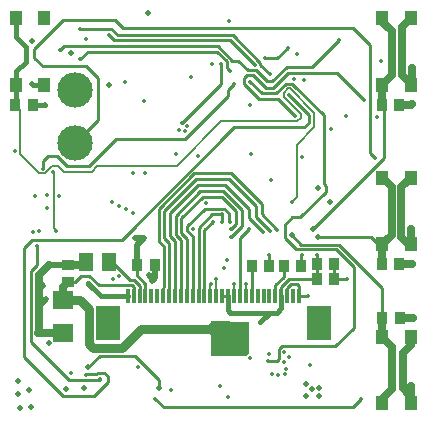
<source format=gbl>
G04 (created by PCBNEW (2013-07-07 BZR 4022)-stable) date 6/24/2016 5:08:50 PM*
%MOIN*%
G04 Gerber Fmt 3.4, Leading zero omitted, Abs format*
%FSLAX34Y34*%
G01*
G70*
G90*
G04 APERTURE LIST*
%ADD10C,0.00590551*%
%ADD11R,0.0354X0.0394*%
%ADD12O,0.11811X0.11811*%
%ADD13R,0.071X0.063*%
%ADD14R,0.0512X0.059*%
%ADD15R,0.0394X0.0354*%
%ADD16R,0.0393701X0.0472441*%
%ADD17R,0.011811X0.0492126*%
%ADD18R,0.0787402X0.11811*%
%ADD19C,0.014*%
%ADD20C,0.02*%
%ADD21C,0.03*%
%ADD22C,0.015*%
%ADD23C,0.045*%
%ADD24C,0.025*%
%ADD25C,0.01*%
%ADD26C,0.02*%
%ADD27C,0.006*%
%ADD28C,0.001*%
G04 APERTURE END LIST*
G54D10*
G54D11*
X89075Y-59133D03*
X88483Y-59133D03*
X93426Y-60860D03*
X92834Y-60860D03*
X93406Y-59055D03*
X92814Y-59055D03*
X93406Y-53740D03*
X92814Y-53740D03*
X81201Y-53740D03*
X80609Y-53740D03*
G54D12*
X82598Y-55019D03*
X82598Y-53248D03*
G54D13*
X82204Y-60237D03*
X82204Y-61337D03*
G54D14*
X83721Y-58976D03*
X82971Y-58976D03*
G54D15*
X82362Y-59666D03*
X82362Y-59074D03*
G54D11*
X84664Y-59094D03*
X85256Y-59094D03*
X90648Y-59566D03*
X91240Y-59566D03*
X90648Y-59055D03*
X91240Y-59055D03*
X89546Y-59133D03*
X90138Y-59133D03*
G54D16*
X80629Y-50866D03*
X80629Y-53070D03*
X81574Y-50866D03*
X81574Y-53070D03*
X92834Y-50866D03*
X92834Y-53070D03*
X93779Y-50866D03*
X93779Y-53070D03*
X92834Y-56181D03*
X92834Y-58385D03*
X93779Y-56181D03*
X93779Y-58385D03*
X92834Y-61496D03*
X92834Y-63700D03*
X93779Y-61496D03*
X93779Y-63700D03*
G54D17*
X90059Y-60118D03*
X89862Y-60118D03*
X89665Y-60118D03*
X89468Y-60118D03*
X89271Y-60118D03*
X89074Y-60118D03*
X88877Y-60118D03*
X88681Y-60118D03*
X88484Y-60118D03*
X88287Y-60118D03*
X88090Y-60118D03*
X87893Y-60118D03*
X87696Y-60118D03*
X87500Y-60118D03*
X87303Y-60118D03*
X87106Y-60118D03*
X86909Y-60118D03*
X86712Y-60118D03*
X86515Y-60118D03*
X86318Y-60118D03*
X86122Y-60118D03*
X85925Y-60118D03*
X85728Y-60118D03*
X85531Y-60118D03*
X85334Y-60118D03*
X85137Y-60118D03*
X84940Y-60118D03*
X84744Y-60118D03*
X84547Y-60118D03*
X84350Y-60118D03*
G54D18*
X90724Y-61033D03*
X83685Y-61033D03*
G54D19*
X87260Y-61390D03*
X87670Y-61380D03*
X87408Y-61193D03*
X87660Y-61060D03*
X87230Y-61110D03*
X88775Y-61000D03*
X89890Y-52870D03*
X87715Y-50945D03*
X88430Y-62200D03*
X87160Y-52400D03*
G54D20*
X82880Y-63190D03*
X82300Y-63210D03*
X84900Y-58190D03*
X84600Y-58190D03*
X90730Y-63200D03*
X90300Y-63460D03*
X90300Y-63060D03*
X90730Y-63450D03*
X90500Y-63230D03*
X90700Y-56530D03*
G54D19*
X90669Y-58740D03*
G54D20*
X81170Y-53060D03*
X93800Y-63130D03*
X93800Y-57870D03*
X93810Y-52530D03*
G54D19*
X89073Y-62066D03*
X86968Y-57007D03*
X91141Y-54566D03*
X84540Y-57340D03*
X84300Y-57220D03*
X84050Y-57120D03*
X83830Y-56980D03*
X87900Y-59705D03*
X86245Y-54610D03*
X90005Y-52045D03*
X88395Y-57885D03*
X87204Y-57637D03*
X87480Y-57637D03*
X87755Y-57637D03*
X87795Y-57874D03*
X87795Y-58149D03*
X88858Y-57992D03*
X89094Y-57952D03*
X89330Y-57913D03*
X87110Y-59715D03*
X89080Y-52730D03*
X82760Y-51210D03*
X83720Y-51410D03*
X88580Y-52420D03*
X87295Y-59565D03*
X88290Y-59710D03*
X86335Y-54435D03*
X85265Y-63540D03*
X92135Y-63535D03*
X91405Y-51570D03*
X87840Y-52270D03*
X82100Y-51920D03*
X88915Y-52200D03*
X89690Y-51840D03*
X87750Y-52630D03*
X82760Y-52230D03*
X87470Y-52370D03*
X86160Y-54350D03*
X89815Y-56980D03*
G54D20*
X90520Y-57900D03*
X90700Y-58160D03*
X89820Y-58090D03*
G54D19*
X88440Y-52980D03*
X89030Y-62280D03*
X92210Y-53595D03*
X89920Y-54110D03*
X82950Y-62735D03*
X89725Y-53405D03*
X87660Y-58930D03*
X81380Y-57935D03*
X81185Y-57980D03*
X87550Y-59200D03*
X81340Y-58435D03*
X83440Y-62895D03*
X87880Y-53060D03*
X81520Y-55870D03*
G54D20*
X81710Y-61680D03*
X81060Y-63259D03*
X80680Y-62950D03*
X80700Y-63380D03*
X81130Y-63810D03*
X80750Y-63850D03*
X81625Y-60215D03*
X81535Y-59785D03*
G54D19*
X89120Y-56250D03*
X88460Y-55380D03*
X86680Y-55450D03*
X90175Y-55480D03*
X88440Y-53750D03*
X92805Y-52290D03*
X92665Y-54165D03*
G54D20*
X85170Y-59610D03*
G54D19*
X82970Y-51560D03*
X86460Y-52810D03*
X82770Y-53190D03*
X82360Y-53210D03*
X82390Y-52920D03*
X82390Y-53570D03*
X82780Y-53580D03*
X82760Y-52880D03*
G54D20*
X81600Y-53750D03*
X85050Y-59410D03*
X91090Y-56970D03*
G54D19*
X90157Y-58740D03*
G54D20*
X93810Y-53730D03*
X93850Y-60850D03*
X93830Y-59060D03*
X82460Y-52020D03*
X83730Y-53100D03*
X85010Y-50680D03*
X81160Y-51630D03*
G54D19*
X90354Y-60118D03*
X87440Y-63130D03*
X87680Y-63490D03*
X89640Y-62560D03*
X89360Y-62750D03*
X89580Y-62720D03*
X89150Y-62730D03*
X89560Y-62320D03*
X89710Y-62150D03*
X89570Y-61990D03*
X90413Y-62421D03*
X86045Y-54595D03*
X85944Y-55393D03*
X84881Y-53622D03*
X84251Y-52992D03*
X84921Y-56023D03*
X84527Y-56023D03*
X86535Y-57874D03*
X91614Y-54133D03*
X90236Y-52913D03*
X83149Y-59842D03*
X83010Y-59670D03*
X91653Y-59566D03*
X89055Y-58740D03*
X82060Y-56780D03*
X83858Y-59566D03*
X84055Y-59448D03*
X81670Y-57200D03*
X81670Y-56760D03*
X81270Y-56780D03*
X80584Y-55294D03*
X85780Y-63260D03*
X82460Y-62670D03*
X84700Y-62500D03*
G54D20*
X83035Y-62485D03*
X85400Y-63180D03*
G54D19*
X92590Y-55510D03*
X81875Y-55980D03*
X81970Y-57955D03*
X83010Y-54890D03*
X82740Y-55150D03*
X83030Y-55160D03*
X82710Y-54860D03*
G54D21*
X82204Y-60237D02*
X82767Y-60237D01*
X84797Y-61207D02*
X87260Y-61207D01*
X84160Y-61845D02*
X84797Y-61207D01*
X83200Y-61845D02*
X84160Y-61845D01*
X83070Y-61715D02*
X83200Y-61845D01*
X83070Y-60540D02*
X83070Y-61715D01*
X82767Y-60237D02*
X83070Y-60540D01*
G54D22*
X87260Y-61390D02*
X87260Y-61207D01*
X87230Y-61110D02*
X87280Y-61220D01*
G54D23*
X87260Y-61207D02*
X87358Y-61203D01*
X87358Y-61203D02*
X87238Y-61203D01*
G54D24*
X82204Y-60237D02*
X82204Y-59823D01*
X82204Y-59823D02*
X82362Y-59666D01*
G54D25*
X82362Y-59666D02*
X82578Y-59666D01*
X84547Y-59822D02*
X84547Y-60118D01*
X84488Y-59763D02*
X84547Y-59822D01*
X83385Y-59763D02*
X84488Y-59763D01*
X83070Y-59448D02*
X83385Y-59763D01*
X82795Y-59448D02*
X83070Y-59448D01*
X82578Y-59666D02*
X82795Y-59448D01*
X87696Y-60118D02*
X87500Y-60118D01*
G54D22*
X89330Y-60670D02*
X89105Y-60670D01*
X89105Y-60670D02*
X88775Y-61000D01*
X87696Y-60118D02*
X87696Y-60596D01*
X89468Y-60531D02*
X89468Y-60118D01*
X89330Y-60670D02*
X89468Y-60531D01*
X87770Y-60670D02*
X89330Y-60670D01*
X87696Y-60596D02*
X87770Y-60670D01*
G54D26*
X84600Y-58190D02*
X84900Y-58190D01*
X84664Y-58425D02*
X84900Y-58190D01*
X84664Y-58425D02*
X84664Y-59094D01*
G54D25*
X90648Y-58760D02*
X90669Y-58740D01*
X90648Y-58760D02*
X90648Y-59055D01*
G54D22*
X81574Y-53070D02*
X81180Y-53070D01*
X81180Y-53070D02*
X81170Y-53060D01*
G54D24*
X93779Y-63700D02*
X93779Y-63150D01*
X93779Y-63150D02*
X93800Y-63130D01*
X93779Y-58385D02*
X93779Y-57890D01*
X93779Y-57890D02*
X93800Y-57870D01*
X93779Y-53070D02*
X93779Y-53039D01*
X93779Y-53039D02*
X93810Y-53009D01*
X93810Y-53009D02*
X93810Y-52530D01*
X93480Y-51165D02*
X93779Y-50866D01*
X93480Y-52739D02*
X93480Y-51165D01*
X93779Y-53039D02*
X93480Y-52739D01*
X93779Y-58385D02*
X93695Y-58385D01*
X93470Y-56490D02*
X93779Y-56181D01*
X93470Y-58160D02*
X93470Y-56490D01*
X93695Y-58385D02*
X93470Y-58160D01*
X93779Y-63700D02*
X93779Y-63469D01*
X93779Y-61750D02*
X93510Y-62020D01*
X93779Y-61750D02*
X93779Y-61496D01*
X93510Y-63200D02*
X93510Y-62020D01*
X93779Y-63469D02*
X93510Y-63200D01*
G54D25*
X84940Y-60118D02*
X84940Y-59704D01*
X84664Y-59428D02*
X84664Y-59094D01*
X84940Y-59704D02*
X84664Y-59428D01*
X90648Y-59055D02*
X90648Y-59566D01*
X89468Y-60118D02*
X89468Y-59822D01*
X89724Y-59566D02*
X90648Y-59566D01*
X89468Y-59822D02*
X89724Y-59566D01*
G54D27*
X87893Y-59711D02*
X87893Y-60118D01*
X87900Y-59705D02*
X87893Y-59711D01*
G54D25*
X88090Y-60118D02*
X88090Y-58189D01*
X88090Y-58189D02*
X88395Y-57885D01*
X86909Y-57933D02*
X86909Y-60118D01*
X87204Y-57637D02*
X86909Y-57933D01*
X86712Y-57854D02*
X86712Y-60118D01*
X87165Y-57401D02*
X86712Y-57854D01*
X87440Y-57401D02*
X87165Y-57401D01*
X87480Y-57362D02*
X87440Y-57401D01*
X87480Y-57637D02*
X87480Y-57362D01*
X86515Y-58129D02*
X86515Y-60118D01*
X86338Y-57952D02*
X86515Y-58129D01*
X86338Y-57795D02*
X86338Y-57952D01*
X86929Y-57204D02*
X86338Y-57795D01*
X87559Y-57204D02*
X86929Y-57204D01*
X87716Y-57362D02*
X87559Y-57204D01*
X87716Y-57598D02*
X87716Y-57362D01*
X87755Y-57637D02*
X87716Y-57598D01*
X86318Y-58208D02*
X86318Y-60118D01*
X86141Y-58031D02*
X86318Y-58208D01*
X86141Y-57519D02*
X86141Y-58031D01*
X86850Y-56811D02*
X86141Y-57519D01*
X87480Y-56811D02*
X86850Y-56811D01*
X87952Y-57283D02*
X87480Y-56811D01*
X87952Y-57716D02*
X87952Y-57283D01*
X87795Y-57874D02*
X87952Y-57716D01*
X86122Y-58248D02*
X86122Y-60118D01*
X85944Y-58070D02*
X86122Y-58248D01*
X85944Y-57440D02*
X85944Y-58070D01*
X86771Y-56614D02*
X85944Y-57440D01*
X87519Y-56614D02*
X86771Y-56614D01*
X88149Y-57244D02*
X87519Y-56614D01*
X88149Y-57795D02*
X88149Y-57244D01*
X87795Y-58149D02*
X88149Y-57795D01*
X85925Y-60118D02*
X85925Y-58287D01*
X88385Y-57519D02*
X88858Y-57992D01*
X88385Y-57204D02*
X88385Y-57519D01*
X87598Y-56417D02*
X88385Y-57204D01*
X86692Y-56417D02*
X87598Y-56417D01*
X85748Y-57362D02*
X86692Y-56417D01*
X85748Y-58110D02*
X85748Y-57362D01*
X85925Y-58287D02*
X85748Y-58110D01*
X85728Y-60118D02*
X85728Y-58366D01*
X88622Y-57480D02*
X89094Y-57952D01*
X88622Y-57125D02*
X88622Y-57480D01*
X87716Y-56220D02*
X88622Y-57125D01*
X86614Y-56220D02*
X87716Y-56220D01*
X85551Y-57283D02*
X86614Y-56220D01*
X85551Y-58188D02*
X85551Y-57283D01*
X85728Y-58366D02*
X85551Y-58188D01*
X85531Y-60118D02*
X85531Y-59849D01*
X88818Y-57401D02*
X89330Y-57913D01*
X88818Y-57047D02*
X88818Y-57401D01*
X87795Y-56023D02*
X88818Y-57047D01*
X86574Y-56023D02*
X87795Y-56023D01*
X85393Y-57204D02*
X86574Y-56023D01*
X85393Y-58307D02*
X85393Y-57204D01*
X85551Y-58464D02*
X85393Y-58307D01*
X85551Y-59830D02*
X85551Y-58464D01*
X85531Y-59849D02*
X85551Y-59830D01*
G54D27*
X87106Y-59718D02*
X87106Y-60118D01*
X87110Y-59715D02*
X87106Y-59718D01*
G54D25*
X88770Y-52340D02*
X88770Y-52420D01*
X88770Y-52420D02*
X89080Y-52730D01*
X88770Y-52340D02*
X87850Y-51420D01*
X87850Y-51420D02*
X84010Y-51420D01*
X84010Y-51420D02*
X83800Y-51210D01*
X83800Y-51210D02*
X82760Y-51210D01*
X83900Y-51590D02*
X83720Y-51410D01*
X87750Y-51590D02*
X83900Y-51590D01*
X88580Y-52420D02*
X87750Y-51590D01*
G54D27*
X87303Y-60118D02*
X87303Y-59573D01*
X87303Y-59573D02*
X87295Y-59565D01*
X88287Y-59712D02*
X88287Y-60118D01*
X88290Y-59710D02*
X88287Y-59712D01*
G54D25*
X85545Y-63820D02*
X85265Y-63540D01*
X91850Y-63820D02*
X85545Y-63820D01*
X92135Y-63535D02*
X91850Y-63820D01*
X87840Y-52270D02*
X88025Y-52270D01*
X90505Y-52470D02*
X91405Y-51570D01*
X89660Y-52470D02*
X90505Y-52470D01*
X89170Y-52960D02*
X89660Y-52470D01*
X88980Y-52960D02*
X89170Y-52960D01*
X88620Y-52600D02*
X88980Y-52960D01*
X88355Y-52600D02*
X88620Y-52600D01*
X88025Y-52270D02*
X88355Y-52600D01*
X87350Y-51780D02*
X87840Y-52270D01*
X82240Y-51780D02*
X87350Y-51780D01*
X82100Y-51920D02*
X82240Y-51780D01*
X89330Y-52200D02*
X88915Y-52200D01*
X89690Y-51840D02*
X89330Y-52200D01*
X87650Y-52530D02*
X87750Y-52630D01*
X87650Y-52300D02*
X87650Y-52530D01*
X87320Y-51970D02*
X87650Y-52300D01*
X83020Y-51970D02*
X87320Y-51970D01*
X82760Y-52230D02*
X83020Y-51970D01*
X87470Y-53040D02*
X87470Y-52370D01*
X86160Y-54350D02*
X87470Y-53040D01*
G54D27*
X80760Y-53890D02*
X80609Y-53740D01*
X80760Y-55400D02*
X80760Y-53890D01*
X81390Y-56030D02*
X80760Y-55400D01*
X81580Y-56030D02*
X81390Y-56030D01*
X81835Y-55775D02*
X81580Y-56030D01*
X82020Y-55775D02*
X81835Y-55775D01*
X82215Y-55970D02*
X82020Y-55775D01*
X83150Y-55970D02*
X82215Y-55970D01*
X83335Y-55785D02*
X83150Y-55970D01*
X85980Y-55785D02*
X83335Y-55785D01*
X87465Y-54300D02*
X85980Y-55785D01*
X89990Y-54300D02*
X87465Y-54300D01*
X90115Y-54175D02*
X89990Y-54300D01*
X90115Y-54040D02*
X90115Y-54175D01*
X89555Y-53480D02*
X90115Y-54040D01*
X89555Y-53340D02*
X89555Y-53480D01*
X89695Y-53200D02*
X89555Y-53340D01*
X89770Y-53200D02*
X89695Y-53200D01*
X90575Y-54005D02*
X89770Y-53200D01*
X90575Y-54475D02*
X90575Y-54005D01*
X89980Y-55070D02*
X90575Y-54475D01*
X89980Y-56815D02*
X89980Y-55070D01*
X89815Y-56980D02*
X89980Y-56815D01*
G54D22*
X80629Y-53070D02*
X80629Y-53719D01*
X80629Y-53719D02*
X80609Y-53740D01*
X80629Y-50866D02*
X80629Y-51489D01*
X80629Y-52630D02*
X80629Y-53070D01*
X80950Y-52310D02*
X80629Y-52630D01*
X80950Y-51810D02*
X80950Y-52310D01*
X80629Y-51489D02*
X80950Y-51810D01*
G54D25*
X92330Y-56075D02*
X92895Y-55510D01*
X92895Y-53820D02*
X92814Y-53740D01*
X92895Y-55510D02*
X92895Y-53820D01*
X92330Y-56090D02*
X92330Y-56075D01*
X90520Y-57900D02*
X92330Y-56090D01*
G54D24*
X92834Y-50866D02*
X92834Y-50974D01*
X93160Y-52745D02*
X92834Y-53070D01*
X93160Y-51300D02*
X93160Y-52745D01*
X92834Y-50974D02*
X93160Y-51300D01*
X92834Y-53070D02*
X92834Y-53719D01*
X92834Y-53719D02*
X92814Y-53740D01*
G54D25*
X92685Y-58385D02*
X92834Y-58385D01*
X92460Y-58160D02*
X92685Y-58385D01*
X90700Y-58160D02*
X92460Y-58160D01*
G54D24*
X92834Y-56181D02*
X92851Y-56181D01*
X93150Y-58070D02*
X92834Y-58385D01*
X93150Y-56480D02*
X93150Y-58070D01*
X92851Y-56181D02*
X93150Y-56480D01*
X92834Y-58385D02*
X92834Y-59034D01*
X92834Y-59034D02*
X92814Y-59055D01*
G54D25*
X92834Y-59844D02*
X92834Y-60860D01*
X91400Y-58410D02*
X92834Y-59844D01*
X90140Y-58410D02*
X91400Y-58410D01*
X89820Y-58090D02*
X90140Y-58410D01*
G54D24*
X92834Y-63700D02*
X92834Y-63555D01*
X93160Y-61821D02*
X92834Y-61496D01*
X93160Y-63230D02*
X93160Y-61821D01*
X92834Y-63555D02*
X93160Y-63230D01*
X92834Y-60860D02*
X92834Y-61495D01*
X92834Y-61495D02*
X92834Y-61496D01*
G54D25*
X89585Y-57975D02*
X89585Y-57745D01*
X89585Y-57745D02*
X89830Y-57500D01*
X90887Y-54097D02*
X90887Y-56377D01*
X90105Y-57500D02*
X89830Y-57500D01*
X90945Y-56660D02*
X90105Y-57500D01*
X90945Y-56435D02*
X90945Y-56660D01*
X90887Y-56377D02*
X90945Y-56435D01*
X88825Y-53365D02*
X88440Y-52980D01*
X89300Y-53365D02*
X88825Y-53365D01*
X89630Y-53035D02*
X89300Y-53365D01*
X89825Y-53035D02*
X89630Y-53035D01*
X90887Y-54097D02*
X89825Y-53035D01*
X89585Y-58195D02*
X89585Y-57975D01*
X89955Y-58565D02*
X89585Y-58195D01*
X91285Y-58565D02*
X89955Y-58565D01*
X91880Y-59160D02*
X91285Y-58565D01*
X91880Y-61170D02*
X91880Y-59160D01*
X91270Y-61780D02*
X91880Y-61170D01*
X89500Y-61780D02*
X91270Y-61780D01*
X89390Y-61890D02*
X89500Y-61780D01*
X89390Y-62210D02*
X89390Y-61890D01*
X89320Y-62280D02*
X89390Y-62210D01*
X89030Y-62280D02*
X89320Y-62280D01*
X91310Y-52695D02*
X92210Y-53595D01*
X89690Y-52695D02*
X91310Y-52695D01*
X89200Y-53185D02*
X89690Y-52695D01*
X88945Y-53185D02*
X89200Y-53185D01*
X88520Y-52760D02*
X88945Y-53185D01*
X88340Y-52760D02*
X88520Y-52760D01*
X88235Y-52865D02*
X88340Y-52760D01*
X88235Y-53050D02*
X88235Y-52865D01*
X88735Y-53550D02*
X88235Y-53050D01*
X89360Y-53550D02*
X88735Y-53550D01*
X89920Y-54110D02*
X89360Y-53550D01*
X89725Y-53405D02*
X90400Y-54080D01*
X90235Y-54500D02*
X89825Y-54500D01*
X90400Y-54335D02*
X90235Y-54500D01*
X90400Y-54080D02*
X90400Y-54335D01*
X87886Y-54500D02*
X89825Y-54500D01*
X84151Y-58235D02*
X87886Y-54500D01*
X81175Y-58235D02*
X84151Y-58235D01*
X80900Y-58510D02*
X81175Y-58235D01*
X80900Y-62150D02*
X80900Y-58510D01*
X82190Y-63440D02*
X80900Y-62150D01*
X83220Y-63440D02*
X82190Y-63440D01*
X83680Y-62980D02*
X83220Y-63440D01*
X83680Y-62790D02*
X83680Y-62980D01*
X83560Y-62670D02*
X83680Y-62790D01*
X83345Y-62670D02*
X83560Y-62670D01*
X83305Y-62710D02*
X83345Y-62670D01*
X82975Y-62710D02*
X83305Y-62710D01*
X82950Y-62735D02*
X82975Y-62710D01*
X81340Y-59095D02*
X81340Y-58435D01*
X81135Y-59300D02*
X81340Y-59095D01*
X81135Y-61655D02*
X81135Y-59300D01*
X82390Y-62910D02*
X81135Y-61655D01*
X83425Y-62910D02*
X82390Y-62910D01*
X83440Y-62895D02*
X83425Y-62910D01*
X81520Y-55870D02*
X81520Y-55625D01*
X81695Y-55450D02*
X81940Y-55450D01*
X81520Y-55625D02*
X81695Y-55450D01*
X82450Y-55800D02*
X82330Y-55800D01*
X81980Y-55450D02*
X81940Y-55450D01*
X82330Y-55800D02*
X81980Y-55450D01*
X87680Y-53260D02*
X87880Y-53060D01*
X87680Y-53460D02*
X87680Y-53260D01*
X86250Y-54890D02*
X87680Y-53460D01*
X83970Y-54890D02*
X86250Y-54890D01*
X83060Y-55800D02*
X83970Y-54890D01*
X82450Y-55800D02*
X83060Y-55800D01*
G54D24*
X82204Y-61337D02*
X81360Y-61337D01*
G54D26*
X81360Y-61337D02*
X81376Y-61337D01*
X81376Y-61337D02*
X81345Y-61305D01*
X81345Y-60495D02*
X81625Y-60215D01*
X81345Y-61305D02*
X81345Y-60495D01*
X82362Y-59074D02*
X81713Y-59074D01*
X81713Y-59074D02*
X81377Y-59409D01*
X81377Y-59409D02*
X81377Y-59627D01*
X81377Y-59627D02*
X81535Y-59785D01*
G54D22*
X82711Y-53248D02*
X82598Y-53248D01*
X82770Y-53190D02*
X82711Y-53248D01*
X82360Y-53210D02*
X82598Y-53248D01*
X82390Y-52920D02*
X82598Y-53248D01*
X82390Y-53570D02*
X82598Y-53248D01*
X82780Y-53580D02*
X82598Y-53248D01*
X82760Y-52880D02*
X82598Y-53248D01*
X81590Y-53740D02*
X81600Y-53750D01*
X81590Y-53740D02*
X81201Y-53740D01*
G54D26*
X85170Y-59610D02*
X85170Y-59530D01*
X85256Y-59523D02*
X85170Y-59610D01*
X85256Y-59094D02*
X85256Y-59523D01*
X85170Y-59530D02*
X85050Y-59410D01*
G54D25*
X90138Y-58759D02*
X90157Y-58740D01*
X90138Y-59133D02*
X90138Y-58759D01*
G54D24*
X93406Y-53740D02*
X93799Y-53740D01*
X93799Y-53740D02*
X93810Y-53730D01*
X93426Y-60860D02*
X93840Y-60860D01*
X93840Y-60860D02*
X93850Y-60850D01*
X93406Y-59055D02*
X93825Y-59055D01*
X93825Y-59055D02*
X93830Y-59060D01*
G54D25*
X90354Y-60118D02*
X90059Y-60118D01*
G54D22*
X83010Y-59670D02*
X83010Y-59702D01*
X83010Y-59702D02*
X83149Y-59842D01*
X84350Y-60118D02*
X83458Y-60118D01*
X83458Y-60118D02*
X83010Y-59670D01*
G54D24*
X81376Y-61337D02*
X81377Y-61336D01*
X81377Y-61336D02*
X81377Y-59409D01*
X81713Y-59074D02*
X81377Y-59409D01*
X82362Y-59074D02*
X82873Y-59074D01*
X82873Y-59074D02*
X82971Y-58976D01*
G54D25*
X82873Y-59074D02*
X82971Y-58976D01*
X89665Y-60118D02*
X89665Y-59862D01*
X89665Y-59862D02*
X89803Y-59724D01*
X89803Y-59724D02*
X90000Y-59724D01*
X90000Y-59724D02*
X90059Y-59783D01*
X90059Y-59783D02*
X90059Y-60118D01*
X91240Y-59566D02*
X91653Y-59566D01*
X91240Y-59055D02*
X91240Y-59566D01*
X89075Y-59133D02*
X89075Y-58760D01*
X89075Y-58760D02*
X89055Y-58740D01*
X85400Y-63180D02*
X85400Y-62915D01*
X83410Y-62110D02*
X83035Y-62485D01*
X84595Y-62110D02*
X83410Y-62110D01*
X85400Y-62915D02*
X84595Y-62110D01*
X88483Y-59133D02*
X88483Y-60117D01*
X88483Y-60117D02*
X88484Y-60118D01*
X89271Y-60118D02*
X89271Y-59744D01*
X89546Y-59469D02*
X89546Y-59133D01*
X89271Y-59744D02*
X89546Y-59469D01*
X84744Y-60118D02*
X84744Y-59784D01*
X83826Y-58976D02*
X83721Y-58976D01*
X84440Y-59590D02*
X83826Y-58976D01*
X84550Y-59590D02*
X84440Y-59590D01*
X84744Y-59784D02*
X84550Y-59590D01*
X83360Y-54258D02*
X82598Y-55019D01*
X83360Y-52860D02*
X83360Y-54258D01*
X82960Y-52460D02*
X83360Y-52860D01*
X81520Y-52460D02*
X82960Y-52460D01*
X81240Y-52180D02*
X81520Y-52460D01*
X81240Y-51870D02*
X81240Y-52180D01*
X82190Y-50920D02*
X81240Y-51870D01*
X83930Y-50920D02*
X82190Y-50920D01*
X84190Y-51180D02*
X83930Y-50920D01*
X91860Y-51180D02*
X84190Y-51180D01*
X92440Y-51760D02*
X91860Y-51180D01*
X92440Y-55360D02*
X92440Y-51760D01*
X92590Y-55510D02*
X92440Y-55360D01*
G54D27*
X81880Y-55985D02*
X81875Y-55980D01*
X81880Y-57865D02*
X81880Y-55985D01*
X81970Y-57955D02*
X81880Y-57865D01*
G54D22*
X83010Y-54890D02*
X82900Y-55045D01*
X82740Y-55150D02*
X82900Y-55045D01*
X83030Y-55160D02*
X82900Y-55045D01*
X82710Y-54860D02*
X82900Y-55045D01*
G54D10*
G36*
X88375Y-62033D02*
X88331Y-62051D01*
X88307Y-62075D01*
X87134Y-62075D01*
X87125Y-60965D01*
X88375Y-60984D01*
X88375Y-62033D01*
X88375Y-62033D01*
G37*
G54D28*
X88375Y-62033D02*
X88331Y-62051D01*
X88307Y-62075D01*
X87134Y-62075D01*
X87125Y-60965D01*
X88375Y-60984D01*
X88375Y-62033D01*
M02*

</source>
